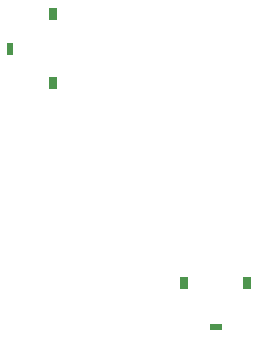
<source format=gbr>
G04 #@! TF.GenerationSoftware,KiCad,Pcbnew,6.0.1-79c1e3a40b~116~ubuntu20.04.1*
G04 #@! TF.CreationDate,2022-01-22T14:27:31+01:00*
G04 #@! TF.ProjectId,xy_stage,78795f73-7461-4676-952e-6b696361645f,rev?*
G04 #@! TF.SameCoordinates,Original*
G04 #@! TF.FileFunction,Paste,Top*
G04 #@! TF.FilePolarity,Positive*
%FSLAX46Y46*%
G04 Gerber Fmt 4.6, Leading zero omitted, Abs format (unit mm)*
G04 Created by KiCad (PCBNEW 6.0.1-79c1e3a40b~116~ubuntu20.04.1) date 2022-01-22 14:27:31*
%MOMM*%
%LPD*%
G01*
G04 APERTURE LIST*
G04 Aperture macros list*
%AMOutline4P*
0 Free polygon, 4 corners , with rotation*
0 The origin of the aperture is its center*
0 number of corners: always 4*
0 $1 to $8 corner X, Y*
0 $9 Rotation angle, in degrees counterclockwise*
0 create outline with 4 corners*
4,1,4,$1,$2,$3,$4,$5,$6,$7,$8,$1,$2,$9*%
G04 Aperture macros list end*
%ADD10Outline4P,-0.300000X-0.550000X0.300000X-0.550000X0.300000X0.550000X-0.300000X0.550000X0.000000*%
%ADD11R,0.600000X1.000000*%
%ADD12R,1.000000X0.600000*%
G04 APERTURE END LIST*
D10*
X86249999Y-100925000D03*
X86249999Y-95075000D03*
X102650000Y-117850000D03*
X97350000Y-117850000D03*
D11*
X82575000Y-98025000D03*
D12*
X100025000Y-121600000D03*
M02*

</source>
